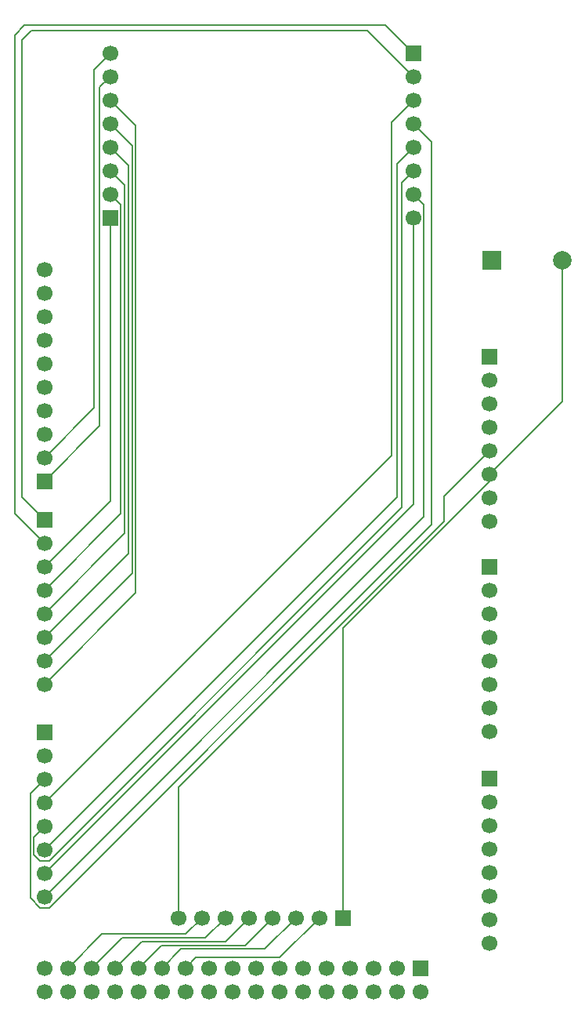
<source format=gbr>
%TF.GenerationSoftware,KiCad,Pcbnew,9.0.4-1.fc42*%
%TF.CreationDate,2025-09-21T19:32:59-04:00*%
%TF.ProjectId,TacosDevBoard,5461636f-7344-4657-9642-6f6172642e6b,1.0*%
%TF.SameCoordinates,Original*%
%TF.FileFunction,Copper,L1,Top*%
%TF.FilePolarity,Positive*%
%FSLAX46Y46*%
G04 Gerber Fmt 4.6, Leading zero omitted, Abs format (unit mm)*
G04 Created by KiCad (PCBNEW 9.0.4-1.fc42) date 2025-09-21 19:32:59*
%MOMM*%
%LPD*%
G01*
G04 APERTURE LIST*
%TA.AperFunction,ComponentPad*%
%ADD10R,1.700000X1.700000*%
%TD*%
%TA.AperFunction,ComponentPad*%
%ADD11C,1.700000*%
%TD*%
%TA.AperFunction,ComponentPad*%
%ADD12R,2.000000X2.000000*%
%TD*%
%TA.AperFunction,ComponentPad*%
%ADD13C,2.000000*%
%TD*%
%TA.AperFunction,Conductor*%
%ADD14C,0.200000*%
%TD*%
G04 APERTURE END LIST*
D10*
%TO.P,J4,1,Pin_1*%
%TO.N,unconnected-(J4-Pin_1-Pad1)*%
X113030000Y-111429800D03*
D11*
%TO.P,J4,2,Pin_2*%
%TO.N,unconnected-(J4-Pin_2-Pad2)*%
X113030000Y-113969800D03*
%TO.P,J4,3,Pin_3*%
%TO.N,RX1*%
X113030000Y-116509800D03*
%TO.P,J4,4,Pin_4*%
%TO.N,TX1*%
X113030000Y-119049800D03*
%TO.P,J4,5,Pin_5*%
%TO.N,RX2*%
X113030000Y-121589800D03*
%TO.P,J4,6,Pin_6*%
%TO.N,TX2*%
X113030000Y-124129800D03*
%TO.P,J4,7,Pin_7*%
%TO.N,RX3*%
X113030000Y-126669800D03*
%TO.P,J4,8,Pin_8*%
%TO.N,TX3*%
X113030000Y-129209800D03*
%TD*%
D10*
%TO.P,J1,1,Pin_1*%
%TO.N,unconnected-(J1-Pin_1-Pad1)*%
X161137600Y-116433600D03*
D11*
%TO.P,J1,2,Pin_2*%
%TO.N,unconnected-(J1-Pin_2-Pad2)*%
X161137600Y-118973600D03*
%TO.P,J1,3,Pin_3*%
%TO.N,unconnected-(J1-Pin_3-Pad3)*%
X161137600Y-121513600D03*
%TO.P,J1,4,Pin_4*%
%TO.N,unconnected-(J1-Pin_4-Pad4)*%
X161137600Y-124053600D03*
%TO.P,J1,5,Pin_5*%
%TO.N,unconnected-(J1-Pin_5-Pad5)*%
X161137600Y-126593600D03*
%TO.P,J1,6,Pin_6*%
%TO.N,unconnected-(J1-Pin_6-Pad6)*%
X161137600Y-129133600D03*
%TO.P,J1,7,Pin_7*%
%TO.N,unconnected-(J1-Pin_7-Pad7)*%
X161137600Y-131673600D03*
%TO.P,J1,8,Pin_8*%
%TO.N,unconnected-(J1-Pin_8-Pad8)*%
X161137600Y-134213600D03*
%TD*%
D12*
%TO.P,BZ,1,+*%
%TO.N,D52*%
X161400000Y-60500000D03*
D13*
%TO.P,BZ,2,-*%
%TO.N,GND*%
X169000000Y-60500000D03*
%TD*%
D10*
%TO.P,J3,1,Pin_1*%
%TO.N,unconnected-(J3-Pin_1-Pad1)*%
X161112200Y-70916800D03*
D11*
%TO.P,J3,2,Pin_2*%
%TO.N,unconnected-(J3-Pin_2-Pad2)*%
X161112200Y-73456800D03*
%TO.P,J3,3,Pin_3*%
%TO.N,unconnected-(J3-Pin_3-Pad3)*%
X161112200Y-75996800D03*
%TO.P,J3,4,Pin_4*%
%TO.N,VDD*%
X161112200Y-78536800D03*
%TO.P,J3,5,Pin_5*%
%TO.N,+5V*%
X161112200Y-81076800D03*
%TO.P,J3,6,Pin_6*%
%TO.N,GND*%
X161112200Y-83616800D03*
%TO.P,J3,7,Pin_7*%
%TO.N,VSS*%
X161112200Y-86156800D03*
%TO.P,J3,8,Pin_8*%
%TO.N,VIN*%
X161112200Y-88696800D03*
%TD*%
D10*
%TO.P,J5,1,Pin_1*%
%TO.N,RX0*%
X113030000Y-88468200D03*
D11*
%TO.P,J5,2,Pin_2*%
%TO.N,TX0*%
X113030000Y-91008200D03*
%TO.P,J5,3,Pin_3*%
%TO.N,~D2*%
X113030000Y-93548200D03*
%TO.P,J5,4,Pin_4*%
%TO.N,~D3*%
X113030000Y-96088200D03*
%TO.P,J5,5,Pin_5*%
%TO.N,~D4*%
X113030000Y-98628200D03*
%TO.P,J5,6,Pin_6*%
%TO.N,~D5*%
X113030000Y-101168200D03*
%TO.P,J5,7,Pin_7*%
%TO.N,~D6*%
X113030000Y-103708200D03*
%TO.P,J5,8,Pin_8*%
%TO.N,~D7*%
X113030000Y-106248200D03*
%TD*%
D10*
%TO.P,J2,1,Pin_1*%
%TO.N,unconnected-(J2-Pin_1-Pad1)*%
X161112200Y-93599000D03*
D11*
%TO.P,J2,2,Pin_2*%
%TO.N,unconnected-(J2-Pin_2-Pad2)*%
X161112200Y-96139000D03*
%TO.P,J2,3,Pin_3*%
%TO.N,unconnected-(J2-Pin_3-Pad3)*%
X161112200Y-98679000D03*
%TO.P,J2,4,Pin_4*%
%TO.N,unconnected-(J2-Pin_4-Pad4)*%
X161112200Y-101219000D03*
%TO.P,J2,5,Pin_5*%
%TO.N,unconnected-(J2-Pin_5-Pad5)*%
X161112200Y-103759000D03*
%TO.P,J2,6,Pin_6*%
%TO.N,unconnected-(J2-Pin_6-Pad6)*%
X161112200Y-106299000D03*
%TO.P,J2,7,Pin_7*%
%TO.N,unconnected-(J2-Pin_7-Pad7)*%
X161112200Y-108839000D03*
%TO.P,J2,8,Pin_8*%
%TO.N,unconnected-(J2-Pin_8-Pad8)*%
X161112200Y-111379000D03*
%TD*%
D10*
%TO.P,J8,1,Pin_1*%
%TO.N,+5V*%
X153670000Y-136906000D03*
D11*
%TO.P,J8,2,Pin_2*%
X153670000Y-139446000D03*
%TO.P,J8,3,Pin_3*%
%TO.N,SD_DET_B*%
X151130000Y-136906000D03*
%TO.P,J8,4,Pin_4*%
%TO.N,unconnected-(J8-Pin_4-Pad4)*%
X151130000Y-139446000D03*
%TO.P,J8,5,Pin_5*%
%TO.N,SD_DET_A*%
X148590000Y-136906000D03*
%TO.P,J8,6,Pin_6*%
%TO.N,unconnected-(J8-Pin_6-Pad6)*%
X148590000Y-139446000D03*
%TO.P,J8,7,Pin_7*%
%TO.N,SD_DAT1*%
X146050000Y-136906000D03*
%TO.P,J8,8,Pin_8*%
%TO.N,unconnected-(J8-Pin_8-Pad8)*%
X146050000Y-139446000D03*
%TO.P,J8,9,Pin_9*%
%TO.N,SD_DAT0*%
X143510000Y-136906000D03*
%TO.P,J8,10,Pin_10*%
%TO.N,unconnected-(J8-Pin_10-Pad10)*%
X143510000Y-139446000D03*
%TO.P,J8,11,Pin_11*%
%TO.N,SD_CLK*%
X140970000Y-136906000D03*
%TO.P,J8,12,Pin_12*%
%TO.N,unconnected-(J8-Pin_12-Pad12)*%
X140970000Y-139446000D03*
%TO.P,J8,13,Pin_13*%
%TO.N,unconnected-(J8-Pin_13-Pad13)*%
X138430000Y-136906000D03*
%TO.P,J8,14,Pin_14*%
%TO.N,unconnected-(J8-Pin_14-Pad14)*%
X138430000Y-139446000D03*
%TO.P,J8,15,Pin_15*%
%TO.N,SD_CMD*%
X135890000Y-136906000D03*
%TO.P,J8,16,Pin_16*%
%TO.N,unconnected-(J8-Pin_16-Pad16)*%
X135890000Y-139446000D03*
%TO.P,J8,17,Pin_17*%
%TO.N,SD_DAT3{slash}CD*%
X133350000Y-136906000D03*
%TO.P,J8,18,Pin_18*%
%TO.N,unconnected-(J8-Pin_18-Pad18)*%
X133350000Y-139446000D03*
%TO.P,J8,19,Pin_19*%
%TO.N,SD_DAT2*%
X130810000Y-136906000D03*
%TO.P,J8,20,Pin_20*%
%TO.N,unconnected-(J8-Pin_20-Pad20)*%
X130810000Y-139446000D03*
%TO.P,J8,21,Pin_21*%
%TO.N,D32*%
X128270000Y-136906000D03*
%TO.P,J8,22,Pin_22*%
%TO.N,unconnected-(J8-Pin_22-Pad22)*%
X128270000Y-139446000D03*
%TO.P,J8,23,Pin_23*%
%TO.N,D30*%
X125730000Y-136906000D03*
%TO.P,J8,24,Pin_24*%
%TO.N,unconnected-(J8-Pin_24-Pad24)*%
X125730000Y-139446000D03*
%TO.P,J8,25,Pin_25*%
%TO.N,D28*%
X123190000Y-136906000D03*
%TO.P,J8,26,Pin_26*%
%TO.N,unconnected-(J8-Pin_26-Pad26)*%
X123190000Y-139446000D03*
%TO.P,J8,27,Pin_27*%
%TO.N,D26*%
X120650000Y-136906000D03*
%TO.P,J8,28,Pin_28*%
%TO.N,unconnected-(J8-Pin_28-Pad28)*%
X120650000Y-139446000D03*
%TO.P,J8,29,Pin_29*%
%TO.N,D24*%
X118110000Y-136906000D03*
%TO.P,J8,30,Pin_30*%
%TO.N,unconnected-(J8-Pin_30-Pad30)*%
X118110000Y-139446000D03*
%TO.P,J8,31,Pin_31*%
%TO.N,D22*%
X115570000Y-136906000D03*
%TO.P,J8,32,Pin_32*%
%TO.N,unconnected-(J8-Pin_32-Pad32)*%
X115570000Y-139446000D03*
%TO.P,J8,33,Pin_33*%
%TO.N,GND*%
X113030000Y-136906000D03*
%TO.P,J8,34,Pin_34*%
X113030000Y-139446000D03*
%TD*%
D10*
%TO.P,J9,1,Pin_1*%
%TO.N,~D8*%
X113004600Y-84302600D03*
D11*
%TO.P,J9,2,Pin_2*%
%TO.N,~D9*%
X113004600Y-81762600D03*
%TO.P,J9,3,Pin_3*%
%TO.N,unconnected-(J9-Pin_3-Pad3)*%
X113004600Y-79222600D03*
%TO.P,J9,4,Pin_4*%
%TO.N,unconnected-(J9-Pin_4-Pad4)*%
X113004600Y-76682600D03*
%TO.P,J9,5,Pin_5*%
%TO.N,unconnected-(J9-Pin_5-Pad5)*%
X113004600Y-74142600D03*
%TO.P,J9,6,Pin_6*%
%TO.N,unconnected-(J9-Pin_6-Pad6)*%
X113004600Y-71602600D03*
%TO.P,J9,7,Pin_7*%
%TO.N,unconnected-(J9-Pin_7-Pad7)*%
X113004600Y-69062600D03*
%TO.P,J9,8,Pin_8*%
%TO.N,unconnected-(J9-Pin_8-Pad8)*%
X113004600Y-66522600D03*
%TO.P,J9,9,Pin_9*%
%TO.N,D52*%
X113004600Y-63982600D03*
%TO.P,J9,10,Pin_10*%
%TO.N,unconnected-(J9-Pin_10-Pad10)*%
X113004600Y-61442600D03*
%TD*%
D10*
%TO.P,PWM,1,Pin_1*%
%TO.N,~D2*%
X120142000Y-55880000D03*
D11*
%TO.P,PWM,2,Pin_2*%
%TO.N,~D3*%
X120142000Y-53340000D03*
%TO.P,PWM,3,Pin_3*%
%TO.N,~D4*%
X120142000Y-50800000D03*
%TO.P,PWM,4,Pin_4*%
%TO.N,~D5*%
X120142000Y-48260000D03*
%TO.P,PWM,5,Pin_5*%
%TO.N,~D6*%
X120142000Y-45720000D03*
%TO.P,PWM,6,Pin_6*%
%TO.N,~D7*%
X120142000Y-43180000D03*
%TO.P,PWM,7,Pin_7*%
%TO.N,~D8*%
X120142000Y-40640000D03*
%TO.P,PWM,8,Pin_8*%
%TO.N,~D9*%
X120142000Y-38100000D03*
%TD*%
D10*
%TO.P,COMM,1,Pin_1*%
%TO.N,TX0*%
X152908000Y-38100000D03*
D11*
%TO.P,COMM,2,Pin_2*%
%TO.N,RX0*%
X152908000Y-40640000D03*
%TO.P,COMM,3,Pin_3*%
%TO.N,TX1*%
X152908000Y-43180000D03*
%TO.P,COMM,4,Pin_4*%
%TO.N,RX1*%
X152908000Y-45720000D03*
%TO.P,COMM,5,Pin_5*%
%TO.N,TX2*%
X152908000Y-48260000D03*
%TO.P,COMM,6,Pin_6*%
%TO.N,RX2*%
X152908000Y-50800000D03*
%TO.P,COMM,7,Pin_7*%
%TO.N,TX3*%
X152908000Y-53340000D03*
%TO.P,COMM,8,Pin_8*%
%TO.N,RX3*%
X152908000Y-55880000D03*
%TD*%
D10*
%TO.P,SELECT,1,Pin_1*%
%TO.N,GND*%
X145262600Y-131495800D03*
D11*
%TO.P,SELECT,2,Pin_2*%
%TO.N,D32*%
X142722600Y-131495800D03*
%TO.P,SELECT,3,Pin_3*%
%TO.N,D30*%
X140182600Y-131495800D03*
%TO.P,SELECT,4,Pin_4*%
%TO.N,D28*%
X137642600Y-131495800D03*
%TO.P,SELECT,5,Pin_5*%
%TO.N,D26*%
X135102600Y-131495800D03*
%TO.P,SELECT,6,Pin_6*%
%TO.N,D24*%
X132562600Y-131495800D03*
%TO.P,SELECT,7,Pin_7*%
%TO.N,D22*%
X130022600Y-131495800D03*
%TO.P,SELECT,8,Pin_8*%
%TO.N,+5V*%
X127482600Y-131495800D03*
%TD*%
D14*
%TO.N,GND*%
X145262600Y-131495800D02*
X145262600Y-100177600D01*
X145262600Y-100177600D02*
X161112200Y-84328000D01*
X161112200Y-84328000D02*
X161112200Y-83616800D01*
%TO.N,RX0*%
X111607600Y-35661600D02*
X147929600Y-35661600D01*
X113030000Y-88468200D02*
X110617000Y-86055200D01*
X110617000Y-86055200D02*
X110617000Y-36652200D01*
X110617000Y-36652200D02*
X111607600Y-35661600D01*
X147929600Y-35661600D02*
X152908000Y-40640000D01*
%TO.N,TX1*%
X150571200Y-81508600D02*
X150571200Y-45440600D01*
X150647400Y-45440600D02*
X152908000Y-43180000D01*
X150571200Y-45440600D02*
X150647400Y-45440600D01*
X113030000Y-119049800D02*
X150571200Y-81508600D01*
%TO.N,GND*%
X169000000Y-75729000D02*
X161112200Y-83616800D01*
X169000000Y-60500000D02*
X169000000Y-75729000D01*
%TO.N,+5V*%
X127482600Y-117373400D02*
X156210000Y-88646000D01*
X127482600Y-131495800D02*
X127482600Y-117373400D01*
X156210000Y-85979000D02*
X161112200Y-81076800D01*
X156210000Y-88646000D02*
X156210000Y-85979000D01*
%TO.N,~D9*%
X118364000Y-76403200D02*
X118364000Y-39878000D01*
X113004600Y-81762600D02*
X118364000Y-76403200D01*
X118364000Y-39878000D02*
X120142000Y-38100000D01*
%TO.N,~D7*%
X113030000Y-106248200D02*
X122897000Y-96381200D01*
X122897000Y-96381200D02*
X122897000Y-45935000D01*
X122897000Y-45935000D02*
X120142000Y-43180000D01*
%TO.N,~D2*%
X120142000Y-86436200D02*
X120142000Y-55880000D01*
X113030000Y-93548200D02*
X120142000Y-86436200D01*
%TO.N,~D6*%
X113030000Y-103708200D02*
X122496000Y-94242200D01*
X122496000Y-48074000D02*
X120142000Y-45720000D01*
X122496000Y-94242200D02*
X122496000Y-48074000D01*
%TO.N,~D4*%
X113030000Y-98628200D02*
X121694000Y-89964200D01*
X121694000Y-52352000D02*
X120142000Y-50800000D01*
X121694000Y-89964200D02*
X121694000Y-52352000D01*
%TO.N,~D8*%
X118991000Y-78316200D02*
X113004600Y-84302600D01*
X118991000Y-41791000D02*
X118991000Y-78316200D01*
X120142000Y-40640000D02*
X118991000Y-41791000D01*
%TO.N,~D3*%
X121293000Y-87825200D02*
X121293000Y-54491000D01*
X121293000Y-54491000D02*
X120142000Y-53340000D01*
X113030000Y-96088200D02*
X121293000Y-87825200D01*
%TO.N,~D5*%
X122095000Y-92103200D02*
X122095000Y-50213000D01*
X122095000Y-50213000D02*
X120142000Y-48260000D01*
X113030000Y-101168200D02*
X122095000Y-92103200D01*
%TO.N,D26*%
X132573400Y-134025000D02*
X135102600Y-131495800D01*
X123531000Y-134025000D02*
X132573400Y-134025000D01*
X120650000Y-136906000D02*
X123531000Y-134025000D01*
%TO.N,D24*%
X130434400Y-133624000D02*
X132562600Y-131495800D01*
X118110000Y-136906000D02*
X121392000Y-133624000D01*
X121392000Y-133624000D02*
X130434400Y-133624000D01*
%TO.N,D30*%
X127809000Y-134827000D02*
X136851400Y-134827000D01*
X136851400Y-134827000D02*
X140182600Y-131495800D01*
X125730000Y-136906000D02*
X127809000Y-134827000D01*
%TO.N,D32*%
X138463400Y-135755000D02*
X142722600Y-131495800D01*
X128270000Y-136906000D02*
X129421000Y-135755000D01*
X129421000Y-135755000D02*
X138463400Y-135755000D01*
%TO.N,D28*%
X134712400Y-134426000D02*
X137642600Y-131495800D01*
X123190000Y-136906000D02*
X125670000Y-134426000D01*
X125670000Y-134426000D02*
X134712400Y-134426000D01*
%TO.N,D22*%
X128295400Y-133223000D02*
X130022600Y-131495800D01*
X119253000Y-133223000D02*
X128295400Y-133223000D01*
X115570000Y-136906000D02*
X119253000Y-133223000D01*
%TO.N,RX2*%
X113030000Y-121589800D02*
X111879000Y-122740800D01*
X111879000Y-124606560D02*
X112553240Y-125280800D01*
X151638000Y-87149560D02*
X151638000Y-52070000D01*
X112553240Y-125280800D02*
X113506760Y-125280800D01*
X151638000Y-52070000D02*
X152908000Y-50800000D01*
X113506760Y-125280800D02*
X151638000Y-87149560D01*
X111879000Y-122740800D02*
X111879000Y-124606560D01*
%TO.N,TX3*%
X113030000Y-129209800D02*
X154059000Y-88180800D01*
X154059000Y-54491000D02*
X152908000Y-53340000D01*
X154059000Y-88180800D02*
X154059000Y-54491000D01*
%TO.N,TX0*%
X110879600Y-35068800D02*
X149876800Y-35068800D01*
X113030000Y-91008200D02*
X109821000Y-87799200D01*
X109821000Y-36127400D02*
X110879600Y-35068800D01*
X109821000Y-87799200D02*
X109821000Y-36127400D01*
X149876800Y-35068800D02*
X152908000Y-38100000D01*
%TO.N,RX3*%
X152908000Y-86791800D02*
X152908000Y-55880000D01*
X113030000Y-126669800D02*
X152908000Y-86791800D01*
%TO.N,RX1*%
X111478000Y-129285560D02*
X112553240Y-130360800D01*
X112553240Y-130360800D02*
X113506760Y-130360800D01*
X111478000Y-118061800D02*
X111478000Y-129285560D01*
X113030000Y-116509800D02*
X111478000Y-118061800D01*
X154838400Y-47650400D02*
X152908000Y-45720000D01*
X154838400Y-89029160D02*
X154838400Y-47650400D01*
X113506760Y-130360800D02*
X154838400Y-89029160D01*
%TO.N,TX2*%
X113030000Y-124129800D02*
X151104600Y-86055200D01*
X151104600Y-50063400D02*
X152908000Y-48260000D01*
X151104600Y-86055200D02*
X151104600Y-50063400D01*
%TD*%
M02*

</source>
